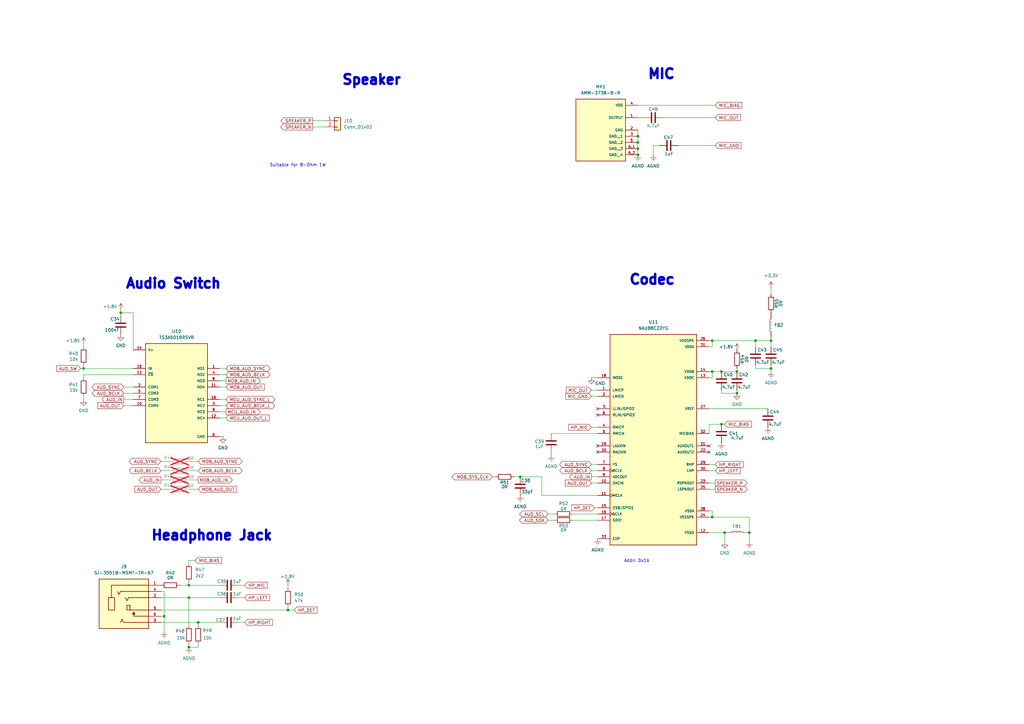
<source format=kicad_sch>
(kicad_sch (version 20231120) (generator "eeschema") (generator_version "8.0")
  (paper "A3")
  (title_block (title "Power System") (company "The University of Queensland"))
  (lib_symbols
    (symbol "AMM-3738-B-R:AMM-3738-B-R" (pin_names (offset 1.016))
      (property "Reference" "MK" (at -10.16 8.89 0))
      (property "Value" "AMM-3738-B-R" (at -10.16 -19.05 0))
      (symbol "AMM-3738-B-R_0_0"
        (rectangle (start -10.16 -17.78) (end 10.16 7.62) (stroke (width 0.254)) (fill (type background)))
        (pin output line (at 15.24 0 180) (length 5.08) (name "OUTPUT") (number "1"))
        (pin power_in line (at 15.24 -5.08 180) (length 5.08) (name "GND") (number "2"))
        (pin power_in line (at 15.24 -7.62 180) (length 5.08) (name "GND__1") (number "3"))
        (pin power_in line (at 15.24 5.08 180) (length 5.08) (name "VDD") (number "4"))
        (pin power_in line (at 15.24 -10.16 180) (length 5.08) (name "GND__2") (number "5"))
        (pin power_in line (at 15.24 -12.7 180) (length 5.08) (name "GND__3") (number "6_1"))
        (pin power_in line (at 15.24 -15.24 180) (length 5.08) (name "GND__4") (number "6_2"))
      )
    )
    (symbol "Capacitors:Capacitor_1uF" (pin_numbers hide) (pin_names hide)
      (property "Reference" "C" (at 4.064 0 0))
      (property "Value" "1uF" (at 0 0 0))
      (symbol "Capacitor_1uF_0_1"
        (polyline (pts (xy -2.032 -0.762) (xy 2.032 -0.762)) (stroke (width 0.508)))
        (polyline (pts (xy -2.032 0.762) (xy 2.032 0.762)) (stroke (width 0.508)))
      )
      (symbol "Capacitor_1uF_1_1"
        (pin passive line (at 0 3.81 270) (length 2.794) (name "~") (number "1"))
        (pin passive line (at 0 -3.81 90) (length 2.794) (name "~") (number "2"))
      )
    )
    (symbol "Capacitors:Capacitor_33pF" (pin_numbers hide) (pin_names hide)
      (property "Reference" "C" (at 4.064 0 0))
      (property "Value" "33pF" (at 0 0 0))
      (symbol "Capacitor_33pF_0_1"
        (polyline (pts (xy -2.032 -0.762) (xy 2.032 -0.762)) (stroke (width 0.508)))
        (polyline (pts (xy -2.032 0.762) (xy 2.032 0.762)) (stroke (width 0.508)))
      )
      (symbol "Capacitor_33pF_1_1"
        (pin passive line (at 0 3.81 270) (length 2.794) (name "~") (number "1"))
        (pin passive line (at 0 -3.81 90) (length 2.794) (name "~") (number "2"))
      )
    )
    (symbol "Capacitors:Capacitor_4.7uF" (pin_numbers hide) (pin_names hide)
      (property "Reference" "C" (at 4.064 0 0))
      (property "Value" "4.7uF" (at 0 0 0))
      (symbol "Capacitor_4.7uF_0_1"
        (polyline (pts (xy -2.032 -0.762) (xy 2.032 -0.762)) (stroke (width 0.508)))
        (polyline (pts (xy -2.032 0.762) (xy 2.032 0.762)) (stroke (width 0.508)))
      )
      (symbol "Capacitor_4.7uF_1_1"
        (pin passive line (at 0 3.81 270) (length 2.794) (name "~") (number "1"))
        (pin passive line (at 0 -3.81 90) (length 2.794) (name "~") (number "2"))
      )
    )
    (symbol "Capacitors:capacitor_100nF" (pin_numbers hide) (pin_names hide)
      (property "Reference" "C" (at 4.064 0 0))
      (property "Value" "100nF" (at 0 0 0))
      (symbol "capacitor_100nF_0_1"
        (polyline (pts (xy -2.032 -0.762) (xy 2.032 -0.762)) (stroke (width 0.508)))
        (polyline (pts (xy -2.032 0.762) (xy 2.032 0.762)) (stroke (width 0.508)))
      )
      (symbol "capacitor_100nF_1_1"
        (pin passive line (at 0 3.81 270) (length 2.794) (name "~") (number "1"))
        (pin passive line (at 0 -3.81 90) (length 2.794) (name "~") (number "2"))
      )
    )
    (symbol "Connector_Generic:Conn_01x02" (pin_names (offset 1.016) hide)
      (property "Reference" "J" (at 0 2.54 0))
      (property "Value" "Conn_01x02" (at 0 -5.08 0))
      (symbol "Conn_01x02_1_1"
        (rectangle (start -1.27 -2.413) (end 0 -2.667) (stroke (width 0.1524)))
        (rectangle (start -1.27 0.127) (end 0 -0.127) (stroke (width 0.1524)))
        (rectangle (start -1.27 1.27) (end 1.27 -3.81) (stroke (width 0.254)) (fill (type background)))
        (pin passive line (at -5.08 0 0) (length 3.81) (name "Pin_1") (number "1"))
        (pin passive line (at -5.08 -2.54 0) (length 3.81) (name "Pin_2") (number "2"))
      )
    )
    (symbol "MPZ2012S221AT000:MPZ2012S221AT000" (pin_numbers hide) (pin_names (offset 1.016) hide)
      (property "Reference" "FB" (at -7.6244 5.0815 0))
      (symbol "MPZ2012S221AT000_0_0"
        (pin passive line (at -5.08 0 0) (length 2.54) (name "~") (number "1"))
        (pin passive line (at 5.08 0 180) (length 2.54) (name "~") (number "2"))
      )
      (symbol "MPZ2012S221AT000_0_1"
        (arc (start -1.27 0) (mid -1.905 0.635) (end -2.54 0))
        (arc (start 0 0) (mid -0.635 0.635) (end -1.27 0))
        (arc (start 1.27 0) (mid 0.635 0.635) (end 0 0))
        (arc (start 2.54 0) (mid 1.905 0.635) (end 1.27 0))
      )
    )
    (symbol "NAU88C22YG:NAU88C22YG" (pin_names (offset 1.016))
      (property "Reference" "U" (at -17.78 45.72 0))
      (property "Value" "NAU88C22YG" (at -17.78 -45.72 0))
      (symbol "NAU88C22YG_0_0"
        (rectangle (start -17.78 -43.18) (end 17.78 43.18) (stroke (width 0.254)) (fill (type background)))
        (pin input line (at -22.86 20.32 0) (length 5.08) (name "LMICP") (number "1"))
        (pin input line (at -22.86 -17.78 0) (length 5.08) (name "DACIN") (number "10"))
        (pin input clock (at -22.86 -22.86 0) (length 5.08) (name "MCLK") (number "11"))
        (pin power_in line (at 22.86 -38.1 180) (length 5.08) (name "VSSD") (number "12"))
        (pin power_in line (at 22.86 25.4 180) (length 5.08) (name "VDDC") (number "13"))
        (pin power_in line (at 22.86 27.94 180) (length 5.08) (name "VDDB") (number "14"))
        (pin bidirectional line (at -22.86 -27.94 0) (length 5.08) (name "CSB/GPIO1") (number "15"))
        (pin input clock (at -22.86 -30.48 0) (length 5.08) (name "SCLK") (number "16"))
        (pin bidirectional line (at -22.86 -33.02 0) (length 5.08) (name "SDIO") (number "17"))
        (pin input line (at -22.86 25.4 0) (length 5.08) (name "MODE") (number "18"))
        (pin input line (at -22.86 -2.54 0) (length 5.08) (name "LAUXIN") (number "19"))
        (pin input line (at -22.86 17.78 0) (length 5.08) (name "LMICN") (number "2"))
        (pin input line (at -22.86 -5.08 0) (length 5.08) (name "RAUXIN") (number "20"))
        (pin output line (at 22.86 -2.54 180) (length 5.08) (name "AUXOUT1") (number "21"))
        (pin output line (at 22.86 -5.08 180) (length 5.08) (name "AUXOUT2") (number "22"))
        (pin output line (at 22.86 -17.78 180) (length 5.08) (name "RSPKOUT") (number "23"))
        (pin power_in line (at 22.86 -31.75 180) (length 5.08) (name "VSSSPK") (number "24"))
        (pin output line (at 22.86 -20.32 180) (length 5.08) (name "LSPKOUT") (number "25"))
        (pin power_in line (at 22.86 40.64 180) (length 5.08) (name "VDDSPK") (number "26"))
        (pin power_in line (at 22.86 12.7 180) (length 5.08) (name "VREF") (number "27"))
        (pin power_in line (at 22.86 -29.21 180) (length 5.08) (name "VSSA") (number "28"))
        (pin output line (at 22.86 -10.16 180) (length 5.08) (name "RHP") (number "29"))
        (pin bidirectional line (at -22.86 12.7 0) (length 5.08) (name "LLIN/GPIO2") (number "3"))
        (pin output line (at 22.86 -12.7 180) (length 5.08) (name "LHP") (number "30"))
        (pin power_in line (at 22.86 38.1 180) (length 5.08) (name "VDDA") (number "31"))
        (pin output line (at 22.86 2.54 180) (length 5.08) (name "MICBIAS") (number "32"))
        (pin passive line (at -22.86 -40.64 0) (length 5.08) (name "EXP") (number "33"))
        (pin input line (at -22.86 5.08 0) (length 5.08) (name "RMICP") (number "4"))
        (pin input line (at -22.86 2.54 0) (length 5.08) (name "RMICN") (number "5"))
        (pin bidirectional line (at -22.86 10.16 0) (length 5.08) (name "RLIN/GPIO3") (number "6"))
        (pin bidirectional line (at -22.86 -10.16 0) (length 5.08) (name "FS") (number "7"))
        (pin bidirectional clock (at -22.86 -12.7 0) (length 5.08) (name "BCLK") (number "8"))
        (pin output line (at -22.86 -15.24 0) (length 5.08) (name "ADCOUT") (number "9"))
      )
    )
    (symbol "Resistors:Resistor_0R" (pin_numbers hide) (pin_names hide)
      (property "Reference" "R" (at 2.54 0.254 0))
      (property "Value" "0R" (at 0 -3.81 0))
      (symbol "Resistor_0R_0_1"
        (rectangle (start 1.016 2.54) (end -1.016 -2.54) (stroke (width 0.254)))
      )
      (symbol "Resistor_0R_1_1"
        (pin passive line (at 0 -3.81 90) (length 1.27) (name "~") (number "1"))
        (pin passive line (at 0 3.81 270) (length 1.27) (name "~") (number "2"))
      )
    )
    (symbol "Resistors:Resistor_10k" (pin_numbers hide) (pin_names hide)
      (property "Reference" "R" (at 2.54 0.254 0))
      (property "Value" "10k" (at 0 -3.81 0))
      (symbol "Resistor_10k_0_1"
        (rectangle (start 1.016 2.54) (end -1.016 -2.54) (stroke (width 0.254)))
      )
      (symbol "Resistor_10k_1_1"
        (pin passive line (at 0 -3.81 90) (length 1.27) (name "~") (number "1"))
        (pin passive line (at 0 3.81 270) (length 1.27) (name "~") (number "2"))
      )
    )
    (symbol "Resistors:Resistor_2k2" (pin_numbers hide) (pin_names hide)
      (property "Reference" "R" (at 2.54 0.254 0))
      (property "Value" "2k2" (at 0 -3.81 0))
      (symbol "Resistor_2k2_0_1"
        (rectangle (start 1.016 2.54) (end -1.016 -2.54) (stroke (width 0.254)))
      )
      (symbol "Resistor_2k2_1_1"
        (pin passive line (at 0 -3.81 90) (length 1.27) (name "~") (number "1"))
        (pin passive line (at 0 3.81 270) (length 1.27) (name "~") (number "2"))
      )
    )
    (symbol "Resistors:Resistor_47k" (pin_numbers hide) (pin_names hide)
      (property "Reference" "R" (at 2.54 0.254 0))
      (property "Value" "47k" (at 0 -3.81 0))
      (symbol "Resistor_47k_0_1"
        (rectangle (start 1.016 2.54) (end -1.016 -2.54) (stroke (width 0.254)))
      )
      (symbol "Resistor_47k_1_1"
        (pin passive line (at 0 -3.81 90) (length 1.27) (name "~") (number "1"))
        (pin passive line (at 0 3.81 270) (length 1.27) (name "~") (number "2"))
      )
    )
    (symbol "SJ-3551B-MSMT-TR-67:SJ-3551B-MSMT-TR-67" (pin_names (offset 1.016))
      (property "Reference" "J" (at -10.16 10.795 0))
      (property "Value" "SJ-3551B-MSMT-TR-67" (at -10.16 -12.7 0))
      (symbol "SJ-3551B-MSMT-TR-67_0_0"
        (rectangle (start -10.16 -10.16) (end 10.16 10.16) (stroke (width 0.254)) (fill (type background)))
        (polyline (pts (xy -6.35 -2.54) (xy -3.81 -2.54)) (stroke (width 0.254)))
        (polyline (pts (xy -6.35 2.54) (xy -6.35 -2.54)) (stroke (width 0.254)))
        (polyline (pts (xy -5.08 2.54) (xy -6.35 2.54)) (stroke (width 0.254)))
        (polyline (pts (xy -5.08 2.54) (xy -5.08 7.62)) (stroke (width 0.254)))
        (polyline (pts (xy -5.08 7.62) (xy 10.16 7.62)) (stroke (width 0.254)))
        (polyline (pts (xy -3.81 -2.54) (xy -3.81 2.54)) (stroke (width 0.254)))
        (polyline (pts (xy -3.81 2.54) (xy -5.08 2.54)) (stroke (width 0.254)))
        (polyline (pts (xy -2.667 5.08) (xy -2.032 3.81)) (stroke (width 0.254)))
        (polyline (pts (xy -2.032 3.81) (xy -1.397 5.08)) (stroke (width 0.254)))
        (polyline (pts (xy -1.397 -7.62) (xy -0.762 -6.35)) (stroke (width 0.254)))
        (polyline (pts (xy -1.397 5.08) (xy 10.16 5.08)) (stroke (width 0.254)))
        (polyline (pts (xy -0.762 -6.35) (xy -0.127 -7.62)) (stroke (width 0.254)))
        (polyline (pts (xy -0.127 -7.62) (xy 10.16 -7.62)) (stroke (width 0.254)))
        (polyline (pts (xy 0.635 2.54) (xy 1.27 1.27)) (stroke (width 0.254)))
        (polyline (pts (xy 1.27 -2.54) (xy 1.27 -0.635)) (stroke (width 0.254)))
        (polyline (pts (xy 1.27 -0.635) (xy 2.54 -0.635)) (stroke (width 0.254)))
        (polyline (pts (xy 1.27 1.27) (xy 1.905 2.54)) (stroke (width 0.254)))
        (polyline (pts (xy 1.905 2.54) (xy 10.16 2.54)) (stroke (width 0.254)))
        (polyline (pts (xy 2.54 -2.54) (xy 1.27 -2.54)) (stroke (width 0.254)))
        (polyline (pts (xy 2.54 -0.635) (xy 2.54 -2.54)) (stroke (width 0.254)))
        (polyline (pts (xy 4.064 -5.08) (xy 4.064 -3.556)) (stroke (width 0.254)))
        (polyline (pts (xy 4.064 -5.08) (xy 10.16 -5.08)) (stroke (width 0.254)))
        (polyline (pts (xy 10.16 -2.54) (xy 2.54 -2.54)) (stroke (width 0.254)))
        (polyline (pts (xy 4.064 -3.302) (xy 3.556 -4.318) (xy 4.572 -4.318) (xy 4.064 -3.302)) (stroke (width 0.254)) (fill (type outline)))
        (pin passive line (at 15.24 7.62 180) (length 5.08) (name "~") (number "1"))
        (pin passive line (at 15.24 2.54 180) (length 5.08) (name "~") (number "2"))
        (pin passive line (at 15.24 -7.62 180) (length 5.08) (name "~") (number "3"))
        (pin passive line (at 15.24 5.08 180) (length 5.08) (name "~") (number "4"))
        (pin passive line (at 15.24 -2.54 180) (length 5.08) (name "~") (number "5"))
        (pin passive line (at 15.24 -5.08 180) (length 5.08) (name "~") (number "6"))
      )
    )
    (symbol "TS3A5018RSVR:TS3A5018RSVR" (pin_names (offset 1.016))
      (property "Reference" "U" (at -12.7 21.59 0))
      (property "Value" "TS3A5018RSVR" (at -12.7 -21.59 0))
      (symbol "TS3A5018RSVR_0_0"
        (rectangle (start -12.7 -20.32) (end 12.7 20.32) (stroke (width 0.254)) (fill (type background)))
        (pin bidirectional line (at 17.78 10.16 180) (length 5.08) (name "NO1") (number "1"))
        (pin bidirectional line (at -17.78 -5.08 0) (length 5.08) (name "COM4") (number "10"))
        (pin bidirectional line (at 17.78 2.54 180) (length 5.08) (name "NO4") (number "11"))
        (pin bidirectional line (at 17.78 -10.16 180) (length 5.08) (name "NC4") (number "12"))
        (pin input line (at -17.78 7.62 0) (length 5.08) (name "~{EN}") (number "13"))
        (pin power_in line (at -17.78 17.78 0) (length 5.08) (name "V+") (number "14"))
        (pin input line (at -17.78 10.16 0) (length 5.08) (name "IN") (number "15"))
        (pin bidirectional line (at 17.78 -2.54 180) (length 5.08) (name "NC1") (number "16"))
        (pin bidirectional line (at -17.78 2.54 0) (length 5.08) (name "COM1") (number "2"))
        (pin bidirectional line (at 17.78 -5.08 180) (length 5.08) (name "NC2") (number "3"))
        (pin bidirectional line (at 17.78 7.62 180) (length 5.08) (name "NO2") (number "4"))
        (pin bidirectional line (at -17.78 0 0) (length 5.08) (name "COM2") (number "5"))
        (pin power_in line (at 17.78 -17.78 180) (length 5.08) (name "GND") (number "6"))
        (pin bidirectional line (at -17.78 -2.54 0) (length 5.08) (name "COM3") (number "7"))
        (pin bidirectional line (at 17.78 5.08 180) (length 5.08) (name "NO3") (number "8"))
        (pin bidirectional line (at 17.78 -7.62 180) (length 5.08) (name "NC3") (number "9"))
      )
    )
    (symbol "power:+1V8" (power) (pin_numbers hide) (pin_names (offset 0) hide)
      (property "Value" "+1V8" (at 0 3.556 0))
      (symbol "+1V8_0_1"
        (polyline (pts (xy -0.762 1.27) (xy 0 2.54)))
        (polyline (pts (xy 0 0) (xy 0 2.54)))
        (polyline (pts (xy 0 2.54) (xy 0.762 1.27)))
      )
      (symbol "+1V8_1_1"
        (pin power_in line (at 0 0 90) (length 0) (name "~") (number "1"))
      )
    )
    (symbol "power:+3.3V" (power) (pin_numbers hide) (pin_names (offset 0) hide)
      (property "Value" "+3.3V" (at 0 3.556 0))
      (symbol "+3.3V_0_1"
        (polyline (pts (xy -0.762 1.27) (xy 0 2.54)))
        (polyline (pts (xy 0 0) (xy 0 2.54)))
        (polyline (pts (xy 0 2.54) (xy 0.762 1.27)))
      )
      (symbol "+3.3V_1_1"
        (pin power_in line (at 0 0 90) (length 0) (name "~") (number "1"))
      )
    )
    (symbol "power:GND" (power) (pin_numbers hide) (pin_names (offset 0) hide)
      (property "Value" "GND" (at 0 -3.81 0))
      (symbol "GND_0_1"
        (polyline (pts (xy 0 0) (xy 0 -1.27) (xy 1.27 -1.27) (xy 0 -2.54) (xy -1.27 -1.27) (xy 0 -1.27)))
      )
      (symbol "GND_1_1"
        (pin power_in line (at 0 0 270) (length 0) (name "~") (number "1"))
      )
    )
    (symbol "power:GNDREF" (power) (pin_numbers hide) (pin_names (offset 0) hide)
      (property "Value" "GNDREF" (at 0 -3.81 0))
      (symbol "GNDREF_0_1"
        (polyline (pts (xy -0.635 -1.905) (xy 0.635 -1.905)))
        (polyline (pts (xy -0.127 -2.54) (xy 0.127 -2.54)))
        (polyline (pts (xy 0 -1.27) (xy 0 0)))
        (polyline (pts (xy 1.27 -1.27) (xy -1.27 -1.27)))
      )
      (symbol "GNDREF_1_1"
        (pin power_in line (at 0 0 270) (length 0) (name "~") (number "1"))
      )
    )
  )
  (junction (at 67.31 252.73))
  (junction (at 261.62 60.96))
  (junction (at 292.1 212.09))
  (junction (at 307.34 218.44))
  (junction (at 34.29 151.13))
  (junction (at 302.26 161.29))
  (junction (at 49.53 128.27))
  (junction (at 261.62 55.88))
  (junction (at 292.1 152.4))
  (junction (at 81.28 255.27))
  (junction (at 295.91 173.99))
  (junction (at 292.1 139.7))
  (junction (at 309.88 139.7))
  (junction (at 213.36 195.58))
  (junction (at 316.23 139.7))
  (junction (at 261.62 63.5))
  (junction (at 77.47 265.43))
  (junction (at 316.23 151.13))
  (junction (at 118.11 250.19))
  (junction (at 302.26 152.4))
  (junction (at 295.91 152.4))
  (junction (at 77.47 245.11))
  (junction (at 261.62 58.42))
  (junction (at 297.18 218.44))
  (junction (at 77.47 240.03))
  (no_connect (at 245.11 182.88))
  (no_connect (at 245.11 170.18))
  (no_connect (at 245.11 167.64))
  (no_connect (at 290.83 182.88))
  (no_connect (at 290.83 185.42))
  (no_connect (at 245.11 185.42))
  (wire (pts (xy 261.62 53.34) (xy 261.62 55.88)))
  (wire (pts (xy 128.27 52.07) (xy 133.35 52.07)))
  (wire (pts (xy 297.18 218.44) (xy 297.18 222.25)))
  (wire (pts (xy 226.06 186.69) (xy 226.06 185.42)))
  (wire (pts (xy 295.91 161.29) (xy 302.26 161.29)))
  (wire (pts (xy 67.31 252.73) (xy 67.31 259.08)))
  (wire (pts (xy 261.62 60.96) (xy 261.62 63.5)))
  (wire (pts (xy 290.83 200.66) (xy 293.37 200.66)))
  (wire (pts (xy 77.47 256.54) (xy 77.47 245.11)))
  (wire (pts (xy 295.91 161.29) (xy 295.91 160.02)))
  (wire (pts (xy 50.8 158.75) (xy 54.61 158.75)))
  (wire (pts (xy 66.04 196.85) (xy 69.85 196.85)))
  (wire (pts (xy 224.79 210.82) (xy 227.33 210.82)))
  (wire (pts (xy 118.11 250.19) (xy 120.65 250.19)))
  (wire (pts (xy 271.78 48.26) (xy 293.37 48.26)))
  (wire (pts (xy 54.61 128.27) (xy 54.61 143.51)))
  (wire (pts (xy 66.04 255.27) (xy 81.28 255.27)))
  (wire (pts (xy 307.34 218.44) (xy 307.34 222.25)))
  (wire (pts (xy 77.47 265.43) (xy 81.28 265.43)))
  (wire (pts (xy 81.28 255.27) (xy 90.17 255.27)))
  (wire (pts (xy 34.29 140.97) (xy 34.29 142.24)))
  (wire (pts (xy 302.26 160.02) (xy 302.26 161.29)))
  (wire (pts (xy 66.04 250.19) (xy 118.11 250.19)))
  (wire (pts (xy 50.8 161.29) (xy 54.61 161.29)))
  (wire (pts (xy 316.23 142.24) (xy 316.23 139.7)))
  (wire (pts (xy 66.04 200.66) (xy 69.85 200.66)))
  (wire (pts (xy 77.47 245.11) (xy 90.17 245.11)))
  (wire (pts (xy 309.88 149.86) (xy 309.88 151.13)))
  (wire (pts (xy 290.83 154.94) (xy 292.1 154.94)))
  (wire (pts (xy 290.83 173.99) (xy 295.91 173.99)))
  (wire (pts (xy 201.93 195.58) (xy 203.2 195.58)))
  (wire (pts (xy 234.95 210.82) (xy 245.11 210.82)))
  (wire (pts (xy 316.23 118.11) (xy 316.23 120.65)))
  (wire (pts (xy 242.57 198.12) (xy 245.11 198.12)))
  (wire (pts (xy 309.88 139.7) (xy 316.23 139.7)))
  (wire (pts (xy 81.28 265.43) (xy 81.28 264.16)))
  (wire (pts (xy 77.47 196.85) (xy 81.28 196.85)))
  (wire (pts (xy 66.04 242.57) (xy 67.31 242.57)))
  (wire (pts (xy 49.53 128.27) (xy 54.61 128.27)))
  (wire (pts (xy 242.57 175.26) (xy 245.11 175.26)))
  (wire (pts (xy 67.31 242.57) (xy 67.31 252.73)))
  (wire (pts (xy 307.34 212.09) (xy 307.34 218.44)))
  (wire (pts (xy 290.83 193.04) (xy 293.37 193.04)))
  (wire (pts (xy 90.17 168.91) (xy 92.71 168.91)))
  (wire (pts (xy 54.61 151.13) (xy 34.29 151.13)))
  (wire (pts (xy 100.33 255.27) (xy 97.79 255.27)))
  (wire (pts (xy 292.1 209.55) (xy 292.1 212.09)))
  (wire (pts (xy 128.27 49.53) (xy 133.35 49.53)))
  (wire (pts (xy 267.97 63.5) (xy 267.97 59.69)))
  (wire (pts (xy 90.17 163.83) (xy 92.71 163.83)))
  (wire (pts (xy 297.18 218.44) (xy 290.83 218.44)))
  (wire (pts (xy 97.79 240.03) (xy 100.33 240.03)))
  (wire (pts (xy 66.04 252.73) (xy 67.31 252.73)))
  (wire (pts (xy 261.62 55.88) (xy 261.62 58.42)))
  (wire (pts (xy 267.97 59.69) (xy 270.51 59.69)))
  (wire (pts (xy 66.04 193.04) (xy 69.85 193.04)))
  (wire (pts (xy 213.36 195.58) (xy 222.25 195.58)))
  (wire (pts (xy 290.83 190.5) (xy 293.37 190.5)))
  (wire (pts (xy 210.82 195.58) (xy 213.36 195.58)))
  (wire (pts (xy 316.23 138.43) (xy 316.23 139.7)))
  (wire (pts (xy 292.1 139.7) (xy 309.88 139.7)))
  (wire (pts (xy 90.17 166.37) (xy 92.71 166.37)))
  (wire (pts (xy 222.25 195.58) (xy 222.25 203.2)))
  (wire (pts (xy 293.37 43.18) (xy 261.62 43.18)))
  (wire (pts (xy 77.47 229.87) (xy 80.01 229.87)))
  (wire (pts (xy 77.47 264.16) (xy 77.47 265.43)))
  (wire (pts (xy 90.17 179.07) (xy 91.44 179.07)))
  (wire (pts (xy 234.95 213.36) (xy 245.11 213.36)))
  (wire (pts (xy 50.8 166.37) (xy 54.61 166.37)))
  (wire (pts (xy 34.29 153.67) (xy 54.61 153.67)))
  (wire (pts (xy 242.57 154.94) (xy 245.11 154.94)))
  (wire (pts (xy 290.83 212.09) (xy 292.1 212.09)))
  (wire (pts (xy 278.13 59.69) (xy 293.37 59.69)))
  (wire (pts (xy 90.17 171.45) (xy 92.71 171.45)))
  (wire (pts (xy 50.8 163.83) (xy 54.61 163.83)))
  (wire (pts (xy 292.1 212.09) (xy 307.34 212.09)))
  (wire (pts (xy 34.29 151.13) (xy 33.02 151.13)))
  (wire (pts (xy 290.83 152.4) (xy 292.1 152.4)))
  (wire (pts (xy 77.47 189.23) (xy 81.28 189.23)))
  (wire (pts (xy 77.47 231.14) (xy 77.47 229.87)))
  (wire (pts (xy 34.29 153.67) (xy 34.29 154.94)))
  (wire (pts (xy 242.57 160.02) (xy 245.11 160.02)))
  (wire (pts (xy 316.23 151.13) (xy 316.23 149.86)))
  (wire (pts (xy 309.88 151.13) (xy 316.23 151.13)))
  (wire (pts (xy 90.17 158.75) (xy 92.71 158.75)))
  (wire (pts (xy 290.83 209.55) (xy 292.1 209.55)))
  (wire (pts (xy 34.29 163.83) (xy 34.29 162.56)))
  (wire (pts (xy 242.57 195.58) (xy 245.11 195.58)))
  (wire (pts (xy 290.83 173.99) (xy 290.83 177.8)))
  (wire (pts (xy 261.62 48.26) (xy 264.16 48.26)))
  (wire (pts (xy 292.1 139.7) (xy 290.83 139.7)))
  (wire (pts (xy 316.23 151.13) (xy 316.23 152.4)))
  (wire (pts (xy 302.26 152.4) (xy 295.91 152.4)))
  (wire (pts (xy 222.25 203.2) (xy 245.11 203.2)))
  (wire (pts (xy 292.1 139.7) (xy 292.1 142.24)))
  (wire (pts (xy 309.88 139.7) (xy 309.88 142.24)))
  (wire (pts (xy 292.1 152.4) (xy 295.91 152.4)))
  (wire (pts (xy 243.84 208.28) (xy 245.11 208.28)))
  (wire (pts (xy 77.47 193.04) (xy 81.28 193.04)))
  (wire (pts (xy 90.17 153.67) (xy 92.71 153.67)))
  (wire (pts (xy 66.04 189.23) (xy 69.85 189.23)))
  (wire (pts (xy 73.66 240.03) (xy 77.47 240.03)))
  (wire (pts (xy 77.47 240.03) (xy 90.17 240.03)))
  (wire (pts (xy 302.26 151.13) (xy 302.26 152.4)))
  (wire (pts (xy 118.11 248.92) (xy 118.11 250.19)))
  (wire (pts (xy 242.57 193.04) (xy 245.11 193.04)))
  (wire (pts (xy 66.04 245.11) (xy 77.47 245.11)))
  (wire (pts (xy 77.47 238.76) (xy 77.47 240.03)))
  (wire (pts (xy 290.83 198.12) (xy 293.37 198.12)))
  (wire (pts (xy 81.28 256.54) (xy 81.28 255.27)))
  (wire (pts (xy 97.79 245.11) (xy 100.33 245.11)))
  (wire (pts (xy 49.53 127) (xy 49.53 128.27)))
  (wire (pts (xy 292.1 152.4) (xy 292.1 154.94)))
  (wire (pts (xy 290.83 167.64) (xy 314.96 167.64)))
  (wire (pts (xy 295.91 173.99) (xy 297.18 173.99)))
  (wire (pts (xy 224.79 213.36) (xy 227.33 213.36)))
  (wire (pts (xy 90.17 151.13) (xy 92.71 151.13)))
  (wire (pts (xy 261.62 58.42) (xy 261.62 60.96)))
  (wire (pts (xy 77.47 200.66) (xy 81.28 200.66)))
  (wire (pts (xy 242.57 190.5) (xy 245.11 190.5)))
  (wire (pts (xy 34.29 149.86) (xy 34.29 151.13)))
  (wire (pts (xy 242.57 162.56) (xy 245.11 162.56)))
  (wire (pts (xy 49.53 129.54) (xy 49.53 128.27)))
  (wire (pts (xy 118.11 241.3) (xy 118.11 240.03)))
  (wire (pts (xy 226.06 177.8) (xy 245.11 177.8)))
  (wire (pts (xy 292.1 142.24) (xy 290.83 142.24)))
  (wire (pts (xy 90.17 156.21) (xy 92.71 156.21)))
  (text "Suitable for 8-Ohm 1W" (at 122.174 67.818 0) (effects (font (size 1.27 1.27))))
  (text "Addr: 0x1A" (at 261.112 230.124 0) (effects (font (size 1.27 1.27))))
  (text "Codec\n" (at 267.462 114.808 0) (effects (font (size 4 4) (thickness 1) (bold yes))))
  (text "Headphone Jack" (at 86.868 219.71 0) (effects (font (size 4 4) (thickness 1) (bold yes))))
  (text "Speaker\n\n" (at 152.4 36.068 0) (effects (font (size 4 4) (thickness 1) (bold yes))))
  (text "MIC\n" (at 271.272 30.48 0) (effects (font (size 4 4) (thickness 1) (bold yes))))
  (text "Audio Switch\n\n" (at 71.12 119.634 0) (effects (font (size 4 4) (thickness 1) (bold yes))))
  (global_label "AUD_IN" (shape output) (at 66.04 196.85 180) (property "Intersheetrefs" "${INTERSHEET_REFS}" (effects (hide yes))))
  (global_label "MIC_GND" (shape input) (at 293.37 59.69 0) (property "Intersheetrefs" "${INTERSHEET_REFS}" (effects (hide yes))))
  (global_label "HP_RIGHT" (shape input) (at 293.37 190.5 0) (property "Intersheetrefs" "${INTERSHEET_REFS}" (effects (hide yes))))
  (global_label "MIC_BIAS" (shape input) (at 293.37 43.18 0) (property "Intersheetrefs" "${INTERSHEET_REFS}" (effects (hide yes))))
  (global_label "HP_MIC" (shape input) (at 242.57 175.26 180) (property "Intersheetrefs" "${INTERSHEET_REFS}" (effects (hide yes))))
  (global_label "MOB_AUD_SYNC" (shape bidirectional) (at 81.28 189.23 0) (property "Intersheetrefs" "${INTERSHEET_REFS}" (effects (hide yes))))
  (global_label "MOB_AUD_OUT" (shape input) (at 81.28 200.66 0) (property "Intersheetrefs" "${INTERSHEET_REFS}" (effects (hide yes))))
  (global_label "MCU_AUD_OUT_L" (shape input) (at 92.71 171.45 0) (property "Intersheetrefs" "${INTERSHEET_REFS}" (effects (hide yes))))
  (global_label "HP_LEFT" (shape input) (at 100.33 245.11 0) (property "Intersheetrefs" "${INTERSHEET_REFS}" (effects (hide yes))))
  (global_label "MIC_BIAS" (shape input) (at 297.18 173.99 0) (property "Intersheetrefs" "${INTERSHEET_REFS}" (effects (hide yes))))
  (global_label "AUD_SW" (shape input) (at 33.02 151.13 180) (property "Intersheetrefs" "${INTERSHEET_REFS}" (effects (hide yes))))
  (global_label "AUD_OUT" (shape input) (at 242.57 198.12 180) (property "Intersheetrefs" "${INTERSHEET_REFS}" (effects (hide yes))))
  (global_label "AUD_SCL" (shape bidirectional) (at 224.79 210.82 180) (property "Intersheetrefs" "${INTERSHEET_REFS}" (effects (hide yes))))
  (global_label "AUD_OUT" (shape input) (at 66.04 200.66 180) (property "Intersheetrefs" "${INTERSHEET_REFS}" (effects (hide yes))))
  (global_label "HP_LEFT" (shape input) (at 293.37 193.04 0) (property "Intersheetrefs" "${INTERSHEET_REFS}" (effects (hide yes))))
  (global_label "HP_DET" (shape input) (at 120.65 250.19 0) (property "Intersheetrefs" "${INTERSHEET_REFS}" (effects (hide yes))))
  (global_label "SPEAKER_P" (shape output) (at 293.37 198.12 0) (property "Intersheetrefs" "${INTERSHEET_REFS}" (effects (hide yes))))
  (global_label "MIC_OUT" (shape input) (at 242.57 160.02 180) (property "Intersheetrefs" "${INTERSHEET_REFS}" (effects (hide yes))))
  (global_label "HP_MIC" (shape input) (at 100.33 240.03 0) (property "Intersheetrefs" "${INTERSHEET_REFS}" (effects (hide yes))))
  (global_label "MOB_AUD_SYNC" (shape bidirectional) (at 92.71 151.13 0) (property "Intersheetrefs" "${INTERSHEET_REFS}" (effects (hide yes))))
  (global_label "MOB_SYS_CLK" (shape bidirectional) (at 201.93 195.58 180) (property "Intersheetrefs" "${INTERSHEET_REFS}" (effects (hide yes))))
  (global_label "AUD_BCLK" (shape bidirectional) (at 66.04 193.04 180) (property "Intersheetrefs" "${INTERSHEET_REFS}" (effects (hide yes))))
  (global_label "AUD_SDA" (shape bidirectional) (at 224.79 213.36 180) (property "Intersheetrefs" "${INTERSHEET_REFS}" (effects (hide yes))))
  (global_label "SPEAKER_N" (shape output) (at 128.27 52.07 180) (property "Intersheetrefs" "${INTERSHEET_REFS}" (effects (hide yes))))
  (global_label "MOB_AUD_BCLK" (shape bidirectional) (at 92.71 153.67 0) (property "Intersheetrefs" "${INTERSHEET_REFS}" (effects (hide yes))))
  (global_label "AUD_BCLK" (shape bidirectional) (at 50.8 161.29 180) (property "Intersheetrefs" "${INTERSHEET_REFS}" (effects (hide yes))))
  (global_label "MOB_AUD_BCLK" (shape bidirectional) (at 81.28 193.04 0) (property "Intersheetrefs" "${INTERSHEET_REFS}" (effects (hide yes))))
  (global_label "SPEAKER_N" (shape output) (at 293.37 200.66 0) (property "Intersheetrefs" "${INTERSHEET_REFS}" (effects (hide yes))))
  (global_label "AUD_IN" (shape output) (at 242.57 195.58 180) (property "Intersheetrefs" "${INTERSHEET_REFS}" (effects (hide yes))))
  (global_label "MIC_GND" (shape input) (at 242.57 162.56 180) (property "Intersheetrefs" "${INTERSHEET_REFS}" (effects (hide yes))))
  (global_label "MOB_AUD_OUT" (shape input) (at 92.71 158.75 0) (property "Intersheetrefs" "${INTERSHEET_REFS}" (effects (hide yes))))
  (global_label "HP_RIGHT" (shape input) (at 100.33 255.27 0) (property "Intersheetrefs" "${INTERSHEET_REFS}" (effects (hide yes))))
  (global_label "AUD_SYNC" (shape bidirectional) (at 50.8 158.75 180) (property "Intersheetrefs" "${INTERSHEET_REFS}" (effects (hide yes))))
  (global_label "MCU_AUD_SYNC_L" (shape bidirectional) (at 92.71 163.83 0) (property "Intersheetrefs" "${INTERSHEET_REFS}" (effects (hide yes))))
  (global_label "MCU_AUD_IN" (shape output) (at 92.71 168.91 0) (property "Intersheetrefs" "${INTERSHEET_REFS}" (effects (hide yes))))
  (global_label "AUD_SYNC" (shape bidirectional) (at 66.04 189.23 180) (property "Intersheetrefs" "${INTERSHEET_REFS}" (effects (hide yes))))
  (global_label "MIC_OUT" (shape input) (at 293.37 48.26 0) (property "Intersheetrefs" "${INTERSHEET_REFS}" (effects (hide yes))))
  (global_label "AUD_OUT" (shape input) (at 50.8 166.37 180) (property "Intersheetrefs" "${INTERSHEET_REFS}" (effects (hide yes))))
  (global_label "AUD_BCLK" (shape bidirectional) (at 242.57 193.04 180) (property "Intersheetrefs" "${INTERSHEET_REFS}" (effects (hide yes))))
  (global_label "AUD_SYNC" (shape bidirectional) (at 242.57 190.5 180) (property "Intersheetrefs" "${INTERSHEET_REFS}" (effects (hide yes))))
  (global_label "AUD_IN" (shape output) (at 50.8 163.83 180) (property "Intersheetrefs" "${INTERSHEET_REFS}" (effects (hide yes))))
  (global_label "SPEAKER_P" (shape output) (at 128.27 49.53 180) (property "Intersheetrefs" "${INTERSHEET_REFS}" (effects (hide yes))))
  (global_label "HP_DET" (shape input) (at 243.84 208.28 180) (property "Intersheetrefs" "${INTERSHEET_REFS}" (effects (hide yes))))
  (global_label "MOB_AUD_IN" (shape output) (at 81.28 196.85 0) (property "Intersheetrefs" "${INTERSHEET_REFS}" (effects (hide yes))))
  (global_label "MOB_AUD_IN" (shape output) (at 92.71 156.21 0) (property "Intersheetrefs" "${INTERSHEET_REFS}" (effects (hide yes))))
  (global_label "MIC_BIAS" (shape input) (at 80.01 229.87 0) (property "Intersheetrefs" "${INTERSHEET_REFS}" (effects (hide yes))))
  (global_label "MCU_AUD_BCLK_L" (shape bidirectional) (at 92.71 166.37 0) (property "Intersheetrefs" "${INTERSHEET_REFS}" (effects (hide yes))))
  (symbol (lib_id "Resistors:Resistor_0R") (at 231.14 213.36 90) (unit 1)
    (property "Reference" "R53" (at 231.14 215.646 90))
    (property "Value" "0R" (at 231.14 217.424 90))
    (property "Footprint" "Resistor_SMD:R_0603_1608Metric" (effects (hide yes)))
  )
  (symbol (lib_id "SJ-3551B-MSMT-TR-67:SJ-3551B-MSMT-TR-67") (at 50.8 247.65 0) (unit 1)
    (property "Reference" "J9" (at 50.8 232.41 0))
    (property "Value" "SJ-3551B-MSMT-TR-67" (at 50.8 234.95 0))
    (property "Footprint" "SJ-3551B-MSMT-TR-67:CUI_SJ-3551B-MSMT-TR-67" (effects (hide yes)))
    (property "DigiKey_Part_Number" "102-6037-2-ND" (effects (hide yes)))
    (property "SnapEDA_Link" "https://www.snapeda.com/parts/SJ-3551B-MSMT-TR-67/Same+Sky/view-part/?ref=snap" (effects (hide yes)))
    (property "MAXIMUM_PACKAGE_HEIGHT" "3.2 mm" (effects (hide yes)))
    (property "Package" "None" (effects (hide yes)))
    (property "Check_prices" "https://www.snapeda.com/parts/SJ-3551B-MSMT-TR-67/Same+Sky/view-part/?ref=eda" (effects (hide yes)))
    (property "STANDARD" "Manufacturer Recommendations" (effects (hide yes)))
    (property "PARTREV" "1.02" (effects (hide yes)))
    (property "MF" "Same Sky" (effects (hide yes)))
    (property "MP" "SJ-3551B-MSMT-TR-67" (effects (hide yes)))
    (property "Description_1" "\n                        \n                            3.5 mm, Stereo, Right Angle, Mid Mount (SMT), 4 Conductors, 1 Internal Switch, Audio Jack Connector, IP67\n                        \n" (effects (hide yes)))
    (property "MANUFACTURER" "CUI Devices" (effects (hide yes)))
  )
  (symbol (lib_id "Resistors:Resistor_0R") (at 302.26 147.32 180) (unit 1)
    (property "Reference" "R54" (at 304.546 147.32 90))
    (property "Value" "0R" (at 306.324 147.32 90))
    (property "Footprint" "Resistor_SMD:R_0603_1608Metric" (effects (hide yes)))
  )
  (symbol (lib_id "Capacitors:Capacitor_4.7uF") (at 309.88 146.05 0) (unit 1)
    (property "Reference" "C43" (at 310.642 143.51 0) (effects (justify left)))
    (property "Value" "4.7uF" (at 310.134 148.59 0) (effects (justify left)))
    (property "Footprint" "Capacitor_SMD:C_0603_1608Metric" (effects (hide yes)))
  )
  (symbol (lib_id "power:+3.3V") (at 316.23 118.11 0) (unit 1)
    (property "Reference" "#PWR0107" (effects (hide yes)))
    (property "Value" "+3.3V" (at 316.23 113.03 0))
    (property "Description" "Power symbol creates a global label with name \"+3.3V\"" (effects (hide yes)))
  )
  (symbol (lib_id "Resistors:Resistor_2k2") (at 77.47 234.95 0) (unit 1)
    (property "Reference" "R47" (at 80.01 233.6799 0) (effects (justify left)))
    (property "Value" "2k2" (at 80.01 236.2199 0) (effects (justify left)))
    (property "Footprint" "Resistor_SMD:R_0603_1608Metric" (effects (hide yes)))
  )
  (symbol (lib_id "Resistors:Resistor_0R") (at 73.66 189.23 90) (unit 1) (dnp yes)
    (property "Reference" "R43" (at 69.088 187.706 90))
    (property "Value" "0R" (at 78.232 187.96 90))
    (property "Footprint" "Resistor_SMD:R_0603_1608Metric" (effects (hide yes)))
  )
  (symbol (lib_id "power:GNDREF") (at 213.36 203.2 0) (unit 1)
    (property "Reference" "#PWR097" (effects (hide yes)))
    (property "Value" "AGND" (at 213.36 207.772 0))
    (property "Description" "Power symbol creates a global label with name \"GNDREF\" , reference supply ground" (effects (hide yes)))
  )
  (symbol (lib_id "power:+1V8") (at 49.53 127 0) (unit 1)
    (property "Reference" "#PWR091" (effects (hide yes)))
    (property "Value" "+1.8V" (at 42.164 125.73 0) (effects (justify left)))
    (property "Description" "Power symbol creates a global label with name \"+1V8\"" (effects (hide yes)))
  )
  (symbol (lib_id "power:GND") (at 297.18 222.25 0) (unit 1)
    (property "Reference" "#PWR0102" (effects (hide yes)))
    (property "Value" "GND" (at 297.18 226.822 0))
    (property "Description" "Power symbol creates a global label with name \"GND\" , ground" (effects (hide yes)))
  )
  (symbol (lib_id "Resistors:Resistor_10k") (at 77.47 260.35 180) (unit 1)
    (property "Reference" "R48" (at 71.882 258.826 0) (effects (justify right)))
    (property "Value" "10k" (at 72.39 261.62 0) (effects (justify right)))
    (property "Footprint" "Resistor_SMD:R_0603_1608Metric" (effects (hide yes)))
  )
  (symbol (lib_id "power:GNDREF") (at 245.11 220.98 0) (unit 1)
    (property "Reference" "#PWR0100" (effects (hide yes)))
    (property "Value" "AGND" (at 245.11 225.552 0))
    (property "Description" "Power symbol creates a global label with name \"GNDREF\" , reference supply ground" (effects (hide yes)))
  )
  (symbol (lib_id "Connector_Generic:Conn_01x02") (at 138.43 49.53 0) (unit 1)
    (property "Reference" "J10" (at 140.97 49.5299 0) (effects (justify left)))
    (property "Value" "Conn_01x02" (at 140.97 52.0699 0) (effects (justify left)))
    (property "Footprint" "Connector_Wire:SolderWire-0.5sqmm_1x02_P4.6mm_D0.9mm_OD2.1mm" (effects (hide yes)))
    (property "Description" "Generic connector, single row, 01x02, script generated (kicad-library-utils/schlib/autogen/connector/)" (effects (hide yes)))
  )
  (symbol (lib_id "power:GNDREF") (at 314.96 175.26 0) (unit 1)
    (property "Reference" "#PWR0106" (effects (hide yes)))
    (property "Value" "AGND" (at 314.96 179.832 0))
    (property "Description" "Power symbol creates a global label with name \"GNDREF\" , reference supply ground" (effects (hide yes)))
  )
  (symbol (lib_id "Resistors:Resistor_0R") (at 316.23 124.46 180) (unit 1)
    (property "Reference" "R55" (at 318.516 124.46 90))
    (property "Value" "0R" (at 320.294 124.46 90))
    (property "Footprint" "Resistor_SMD:R_0603_1608Metric" (effects (hide yes)))
  )
  (symbol (lib_id "power:GNDREF") (at 77.47 265.43 0) (unit 1)
    (property "Reference" "#PWR094" (effects (hide yes)))
    (property "Value" "AGND" (at 77.47 270.002 0))
    (property "Description" "Power symbol creates a global label with name \"GNDREF\" , reference supply ground" (effects (hide yes)))
  )
  (symbol (lib_id "Capacitors:Capacitor_1uF") (at 226.06 181.61 0) (unit 1)
    (property "Reference" "C39" (at 221.234 181.102 0))
    (property "Value" "1uF" (at 221.234 183.134 0))
    (property "Footprint" "Capacitor_SMD:C_0603_1608Metric" (effects (hide yes)))
  )
  (symbol (lib_id "Resistors:Resistor_0R") (at 73.66 193.04 90) (unit 1) (dnp yes)
    (property "Reference" "R44" (at 69.088 191.516 90))
    (property "Value" "0R" (at 78.232 191.77 90))
    (property "Footprint" "Resistor_SMD:R_0603_1608Metric" (effects (hide yes)))
  )
  (symbol (lib_id "Capacitors:Capacitor_1uF") (at 274.32 59.69 90) (unit 1)
    (property "Reference" "C47" (at 276.098 56.388 90) (effects (justify left)))
    (property "Value" "1uF" (at 276.225 63.119 90) (effects (justify left)))
    (property "Footprint" "Capacitor_SMD:C_0603_1608Metric" (effects (hide yes)))
  )
  (symbol (lib_id "power:GNDREF") (at 67.31 259.08 0) (unit 1)
    (property "Reference" "#PWR093" (effects (hide yes)))
    (property "Value" "AGND" (at 67.31 263.652 0))
    (property "Description" "Power symbol creates a global label with name \"GNDREF\" , reference supply ground" (effects (hide yes)))
  )
  (symbol (lib_id "Capacitors:Capacitor_4.7uF") (at 267.97 48.26 90) (unit 1)
    (property "Reference" "C46" (at 267.97 44.704 90))
    (property "Value" "4.7uF" (at 267.97 51.562 90))
    (property "Footprint" "Capacitor_SMD:C_0603_1608Metric" (effects (hide yes)))
  )
  (symbol (lib_id "power:+1V8") (at 302.26 143.51 0) (unit 1)
    (property "Reference" "#PWR0103" (effects (hide yes)))
    (property "Value" "+1.8V" (at 294.894 142.24 0) (effects (justify left)))
    (property "Description" "Power symbol creates a global label with name \"+1V8\"" (effects (hide yes)))
  )
  (symbol (lib_id "power:GND") (at 302.26 161.29 0) (unit 1)
    (property "Reference" "#PWR0104" (effects (hide yes)))
    (property "Value" "GND" (at 302.26 165.862 0))
    (property "Description" "Power symbol creates a global label with name \"GND\" , ground" (effects (hide yes)))
  )
  (symbol (lib_id "Resistors:Resistor_10k") (at 81.28 260.35 180) (unit 1)
    (property "Reference" "R49" (at 83.058 258.572 0) (effects (justify right)))
    (property "Value" "10k" (at 83.312 261.62 0) (effects (justify right)))
    (property "Footprint" "Resistor_SMD:R_0603_1608Metric" (effects (hide yes)))
  )
  (symbol (lib_id "AMM-3738-B-R:AMM-3738-B-R") (at 246.38 48.26 0) (unit 1)
    (property "Reference" "MK1" (at 246.38 35.56 0))
    (property "Value" "AMM-3738-B-R" (at 246.38 38.1 0))
    (property "Footprint" "AMM-3738-B-R:MIC_AMM-3738-B-R" (effects (hide yes)))
    (property "DigiKey_Part_Number" "668-AMM-3738-B-RTR-ND" (effects (hide yes)))
    (property "SnapEDA_Link" "https://www.snapeda.com/parts/AMM-3738-B-R/PUI+Audio/view-part/?ref=snap" (effects (hide yes)))
    (property "MAXIMUM_PACKAGE_HEIGHT" "1.1mm" (effects (hide yes)))
    (property "Package" "None" (effects (hide yes)))
    (property "Check_prices" "https://www.snapeda.com/parts/AMM-3738-B-R/PUI+Audio/view-part/?ref=eda" (effects (hide yes)))
    (property "STANDARD" "Manufacturer Recommendations" (effects (hide yes)))
    (property "PARTREV" "A" (effects (hide yes)))
    (property "MF" "PUI Audio" (effects (hide yes)))
    (property "MP" "AMM-3738-B-R" (effects (hide yes)))
    (property "Description_1" "\n                        \n                            4X3MM MEMS MIC 20~20KHZ 38DB\n                        \n" (effects (hide yes)))
    (property "MANUFACTURER" "PUI Audio" (effects (hide yes)))
  )
  (symbol (lib_id "power:GND") (at 34.29 163.83 0) (unit 1)
    (property "Reference" "#PWR090" (effects (hide yes)))
    (property "Value" "GND" (at 34.29 168.402 0))
    (property "Description" "Power symbol creates a global label with name \"GND\" , ground" (effects (hide yes)))
  )
  (symbol (lib_id "Capacitors:Capacitor_33pF") (at 213.36 199.39 0) (unit 1)
    (property "Reference" "C38" (at 213.614 197.104 0) (effects (justify left)))
    (property "Value" "33pF" (at 213.868 201.676 0) (effects (justify left)))
    (property "Footprint" "Capacitor_SMD:C_0603_1608Metric" (effects (hide yes)))
  )
  (symbol (lib_id "Capacitors:Capacitor_4.7uF") (at 295.91 156.21 0) (unit 1)
    (property "Reference" "C40" (at 296.672 153.67 0) (effects (justify left)))
    (property "Value" "4.7uF" (at 296.164 158.75 0) (effects (justify left)))
    (property "Footprint" "Capacitor_SMD:C_0603_1608Metric" (effects (hide yes)))
  )
  (symbol (lib_id "power:GND") (at 242.57 154.94 0) (unit 1)
    (property "Reference" "#PWR099" (effects (hide yes)))
    (property "Value" "GND" (at 246.126 157.226 0))
    (property "Description" "Power symbol creates a global label with name \"GND\" , ground" (effects (hide yes)))
  )
  (symbol (lib_id "Capacitors:Capacitor_4.7uF") (at 295.91 177.8 0) (unit 1)
    (property "Reference" "C41" (at 298.958 177.8 0) (effects (justify left)))
    (property "Value" "4.7uF" (at 299.72 179.578 0) (effects (justify left)))
    (property "Footprint" "Capacitor_SMD:C_0603_1608Metric" (effects (hide yes)))
  )
  (symbol (lib_id "Resistors:Resistor_0R") (at 73.66 200.66 90) (unit 1) (dnp yes)
    (property "Reference" "R46" (at 69.088 199.136 90))
    (property "Value" "0R" (at 78.232 199.39 90))
    (property "Footprint" "Resistor_SMD:R_0603_1608Metric" (effects (hide yes)))
  )
  (symbol (lib_id "power:GNDREF") (at 307.34 222.25 0) (unit 1)
    (property "Reference" "#PWR0105" (effects (hide yes)))
    (property "Value" "AGND" (at 307.34 226.822 0))
    (property "Description" "Power symbol creates a global label with name \"GNDREF\" , reference supply ground" (effects (hide yes)))
  )
  (symbol (lib_id "Resistors:Resistor_0R") (at 73.66 196.85 90) (unit 1) (dnp yes)
    (property "Reference" "R45" (at 69.088 195.326 90))
    (property "Value" "0R" (at 78.232 195.58 90))
    (property "Footprint" "Resistor_SMD:R_0603_1608Metric" (effects (hide yes)))
  )
  (symbol (lib_id "power:+1V8") (at 34.29 140.97 0) (unit 1)
    (property "Reference" "#PWR089" (effects (hide yes)))
    (property "Value" "+1.8V" (at 26.924 139.7 0) (effects (justify left)))
    (property "Description" "Power symbol creates a global label with name \"+1V8\"" (effects (hide yes)))
  )
  (symbol (lib_id "MPZ2012S221AT000:MPZ2012S221AT000") (at 316.23 133.35 90) (unit 1)
    (property "Reference" "FB2" (at 317.5 133.3499 90) (effects (justify right)))
    (property "Value" "MPZ2012S221AT000" (effects (hide yes)))
    (property "Footprint" "MPZ2012S221AT000:BEADC2012X105N" (effects (hide yes)))
    (property "DigiKey_Part_Number" "445-MPZ2012S221AT000TR-ND" (effects (hide yes)))
    (property "SnapEDA_Link" "https://www.snapeda.com/parts/MPZ2012S221AT000/TDK/view-part/?ref=snap" (effects (hide yes)))
    (property "MAXIMUM_PACKAGE_HEIGHT" "1.05mm" (effects (hide yes)))
    (property "Package" "0805 TDK" (effects (hide yes)))
    (property "Check_prices" "https://www.snapeda.com/parts/MPZ2012S221AT000/TDK/view-part/?ref=eda" (effects (hide yes)))
    (property "STANDARD" "IPC-7351B" (effects (hide yes)))
    (property "PARTREV" "20190423" (effects (hide yes)))
    (property "MF" "TDK" (effects (hide yes)))
    (property "MP" "MPZ2012S221AT000" (effects (hide yes)))
    (property "Description_1" "\n                        \n                            220 Ohms @ 100 MHz 1 Power Line Ferrite Bead 0805 (2012 Metric) 3A 40mOhm\n                        \n" (effects (hide yes)))
    (property "MANUFACTURER" "TDK" (effects (hide yes)))
  )
  (symbol (lib_id "Capacitors:capacitor_100nF") (at 49.53 133.35 0) (unit 1)
    (property "Reference" "C34" (at 45.212 130.81 0) (effects (justify left)))
    (property "Value" "100nF" (at 42.926 135.382 0) (effects (justify left)))
    (property "Footprint" "Capacitor_SMD:C_0603_1608Metric" (effects (hide yes)))
  )
  (symbol (lib_id "Capacitors:Capacitor_1uF") (at 93.98 255.27 270) (unit 1)
    (property "Reference" "C37" (at 90.424 254.254 90))
    (property "Value" "1uF" (at 97.282 253.746 90))
    (property "Footprint" "Capacitor_SMD:C_0603_1608Metric" (effects (hide yes)))
  )
  (symbol (lib_id "power:GND") (at 49.53 137.16 0) (unit 1)
    (property "Reference" "#PWR092" (effects (hide yes)))
    (property "Value" "GND" (at 49.53 141.732 0))
    (property "Description" "Power symbol creates a global label with name \"GND\" , ground" (effects (hide yes)))
  )
  (symbol (lib_id "power:GNDREF") (at 316.23 152.4 0) (unit 1)
    (property "Reference" "#PWR0108" (effects (hide yes)))
    (property "Value" "AGND" (at 316.23 156.972 0))
    (property "Description" "Power symbol creates a global label with name \"GNDREF\" , reference supply ground" (effects (hide yes)))
  )
  (symbol (lib_id "Resistors:Resistor_0R") (at 207.01 195.58 90) (unit 1)
    (property "Reference" "R51" (at 207.01 197.866 90))
    (property "Value" "0R" (at 207.01 199.644 90))
    (property "Footprint" "Resistor_SMD:R_0603_1608Metric" (effects (hide yes)))
  )
  (symbol (lib_id "Resistors:Resistor_10k") (at 34.29 158.75 0) (unit 1)
    (property "Reference" "R41" (at 28.194 157.734 0) (effects (justify left)))
    (property "Value" "10k" (at 28.448 160.02 0) (effects (justify left)))
    (property "Footprint" "Resistor_SMD:R_0603_1608Metric" (effects (hide yes)))
  )
  (symbol (lib_id "Resistors:Resistor_0R") (at 231.14 210.82 90) (unit 1)
    (property "Reference" "R52" (at 231.14 206.502 90))
    (property "Value" "0R" (at 231.14 208.788 90))
    (property "Footprint" "Resistor_SMD:R_0603_1608Metric" (effects (hide yes)))
  )
  (symbol (lib_id "Capacitors:Capacitor_4.7uF") (at 314.96 171.45 0) (unit 1)
    (property "Reference" "C44" (at 315.722 168.91 0) (effects (justify left)))
    (property "Value" "4.7uF" (at 315.214 173.99 0) (effects (justify left)))
    (property "Footprint" "Capacitor_SMD:C_0603_1608Metric" (effects (hide yes)))
  )
  (symbol (lib_id "Resistors:Resistor_10k") (at 34.29 146.05 0) (unit 1)
    (property "Reference" "R40" (at 28.194 145.034 0) (effects (justify left)))
    (property "Value" "10k" (at 28.448 147.32 0) (effects (justify left)))
    (property "Footprint" "Resistor_SMD:R_0603_1608Metric" (effects (hide yes)))
  )
  (symbol (lib_id "power:GNDREF") (at 261.62 63.5 0) (unit 1)
    (property "Reference" "#PWR0109" (effects (hide yes)))
    (property "Value" "AGND" (at 261.62 68.072 0))
    (property "Description" "Power symbol creates a global label with name \"GNDREF\" , reference supply ground" (effects (hide yes)))
  )
  (symbol (lib_id "Capacitors:Capacitor_1uF") (at 93.98 245.11 270) (unit 1)
    (property "Reference" "C36" (at 90.932 243.586 90))
    (property "Value" "1uF" (at 97.282 243.586 90))
    (property "Footprint" "Capacitor_SMD:C_0603_1608Metric" (effects (hide yes)))
  )
  (symbol (lib_id "MPZ2012S221AT000:MPZ2012S221AT000") (at 302.26 218.44 0) (unit 1)
    (property "Reference" "FB1" (at 302.26 215.9 0))
    (property "Value" "MPZ2012S221AT000" (effects (hide yes)))
    (property "Footprint" "MPZ2012S221AT000:BEADC2012X105N" (effects (hide yes)))
    (property "DigiKey_Part_Number" "445-MPZ2012S221AT000TR-ND" (effects (hide yes)))
    (property "SnapEDA_Link" "https://www.snapeda.com/parts/MPZ2012S221AT000/TDK/view-part/?ref=snap" (effects (hide yes)))
    (property "MAXIMUM_PACKAGE_HEIGHT" "1.05mm" (effects (hide yes)))
    (property "Package" "0805 TDK" (effects (hide yes)))
    (property "Check_prices" "https://www.snapeda.com/parts/MPZ2012S221AT000/TDK/view-part/?ref=eda" (effects (hide yes)))
    (property "STANDARD" "IPC-7351B" (effects (hide yes)))
    (property "PARTREV" "20190423" (effects (hide yes)))
    (property "MF" "TDK" (effects (hide yes)))
    (property "MP" "MPZ2012S221AT000" (effects (hide yes)))
    (property "Description_1" "\n                        \n                            220 Ohms @ 100 MHz 1 Power Line Ferrite Bead 0805 (2012 Metric) 3A 40mOhm\n                        \n" (effects (hide yes)))
    (property "MANUFACTURER" "TDK" (effects (hide yes)))
  )
  (symbol (lib_id "Resistors:Resistor_0R") (at 69.85 240.03 90) (unit 1)
    (property "Reference" "R42" (at 69.85 234.95 90))
    (property "Value" "0R" (at 69.85 236.982 90))
    (property "Footprint" "Resistor_SMD:R_0603_1608Metric" (effects (hide yes)))
  )
  (symbol (lib_id "power:GNDREF") (at 295.91 181.61 0) (unit 1)
    (property "Reference" "#PWR0101" (effects (hide yes)))
    (property "Value" "AGND" (at 295.91 186.182 0))
    (property "Description" "Power symbol creates a global label with name \"GNDREF\" , reference supply ground" (effects (hide yes)))
  )
  (symbol (lib_id "Capacitors:Capacitor_1uF") (at 93.98 240.03 270) (unit 1)
    (property "Reference" "C35" (at 90.932 238.506 90))
    (property "Value" "1uF" (at 97.282 238.506 90))
    (property "Footprint" "Capacitor_SMD:C_0603_1608Metric" (effects (hide yes)))
  )
  (symbol (lib_id "power:GNDREF") (at 226.06 186.69 0) (unit 1)
    (property "Reference" "#PWR098" (effects (hide yes)))
    (property "Value" "AGND" (at 226.06 191.262 0))
    (property "Description" "Power symbol creates a global label with name \"GNDREF\" , reference supply ground" (effects (hide yes)))
  )
  (symbol (lib_id "Resistors:Resistor_47k") (at 118.11 245.11 0) (unit 1)
    (property "Reference" "R50" (at 120.65 243.8399 0) (effects (justify left)))
    (property "Value" "47k" (at 120.65 246.3799 0) (effects (justify left)))
    (property "Footprint" "Resistor_SMD:R_0603_1608Metric" (effects (hide yes)))
  )
  (symbol (lib_id "Capacitors:Capacitor_4.7uF") (at 316.23 146.05 0) (unit 1)
    (property "Reference" "C45" (at 316.992 143.51 0) (effects (justify left)))
    (property "Value" "4.7uF" (at 316.484 148.59 0) (effects (justify left)))
    (property "Footprint" "Capacitor_SMD:C_0603_1608Metric" (effects (hide yes)))
  )
  (symbol (lib_id "Capacitors:Capacitor_4.7uF") (at 302.26 156.21 0) (unit 1)
    (property "Reference" "C42" (at 303.022 153.67 0) (effects (justify left)))
    (property "Value" "4.7uF" (at 302.514 158.75 0) (effects (justify left)))
    (property "Footprint" "Capacitor_SMD:C_0603_1608Metric" (effects (hide yes)))
  )
  (symbol (lib_id "power:+1V8") (at 118.11 240.03 0) (unit 1)
    (property "Reference" "#PWR096" (effects (hide yes)))
    (property "Value" "+1.8V" (at 115.062 236.474 0) (effects (justify left)))
    (property "Description" "Power symbol creates a global label with name \"+1V8\"" (effects (hide yes)))
  )
  (symbol (lib_id "power:GND") (at 91.44 179.07 0) (unit 1)
    (property "Reference" "#PWR095" (effects (hide yes)))
    (property "Value" "GND" (at 91.44 183.642 0))
    (property "Description" "Power symbol creates a global label with name \"GND\" , ground" (effects (hide yes)))
  )
  (symbol (lib_id "TS3A5018RSVR:TS3A5018RSVR") (at 72.39 161.29 0) (unit 1)
    (property "Reference" "U10" (at 72.39 135.89 0))
    (property "Value" "TS3A5018RSVR" (at 72.39 138.43 0))
    (property "Footprint" "TS3A5018RSVR:QFN40P260X180X55-16N" (effects (hide yes)))
    (property "DigiKey_Part_Number" "296-27552-2-ND" (effects (hide yes)))
    (property "SnapEDA_Link" "https://www.snapeda.com/parts/TS3A5018RSVR/Texas+Instruments/view-part/?ref=snap" (effects (hide yes)))
    (property "MAXIMUM_PACKAGE_HEIGHT" "0.55mm" (effects (hide yes)))
    (property "Package" "UQFN-16 Texas Instruments" (effects (hide yes)))
    (property "Check_prices" "https://www.snapeda.com/parts/TS3A5018RSVR/Texas+Instruments/view-part/?ref=eda" (effects (hide yes)))
    (property "STANDARD" "IPC-7351B" (effects (hide yes)))
    (property "PARTREV" "4220314/C 02/2020" (effects (hide yes)))
    (property "MF" "Texas Instruments" (effects (hide yes)))
    (property "MP" "TS3A5018RSVR" (effects (hide yes)))
    (property "Description_1" "\n                        \n                            3.3-V, 2:1 (SPDT), 4-channel general-purpose analog switch\n                        \n" (effects (hide yes)))
    (property "MANUFACTURER" "Texas Instruments" (effects (hide yes)))
  )
  (symbol (lib_id "power:GNDREF") (at 267.97 63.5 0) (unit 1)
    (property "Reference" "#PWR0110" (effects (hide yes)))
    (property "Value" "AGND" (at 267.97 68.072 0))
    (property "Description" "Power symbol creates a global label with name \"GNDREF\" , reference supply ground" (effects (hide yes)))
  )
  (symbol (lib_id "NAU88C22YG:NAU88C22YG") (at 267.97 180.34 0) (unit 1)
    (property "Reference" "U11" (at 267.97 132.08 0))
    (property "Value" "NAU88C22YG" (at 267.97 134.62 0))
    (property "Footprint" "NAU88C22YG:QFN50P500X500X80-33N" (effects (hide yes)))
    (property "DigiKey_Part_Number" "NAU88C22YG-ND" (effects (hide yes)))
    (property "SnapEDA_Link" "https://www.snapeda.com/parts/NAU88C22YG/Nuvoton/view-part/?ref=snap" (effects (hide yes)))
    (property "MAXIMUM_PACKAGE_HEIGHT" "0.80mm" (effects (hide yes)))
    (property "Package" "QFN-32 Nuvoton" (effects (hide yes)))
    (property "Check_prices" "https://www.snapeda.com/parts/NAU88C22YG/Nuvoton/view-part/?ref=eda" (effects (hide yes)))
    (property "STANDARD" "Manufacturer Recommendations" (effects (hide yes)))
    (property "PARTREV" "3.3" (effects (hide yes)))
    (property "MF" "Nuvoton" (effects (hide yes)))
    (property "MP" "NAU88C22YG" (effects (hide yes)))
    (property "Description_1" "\n                        \n                            Audio Interface 24 b I2S, PCM 32-QFN (5x5)\n                        \n" (effects (hide yes)))
    (property "MANUFACTURER" "Nuvoton" (effects (hide yes)))
  )
)
</source>
